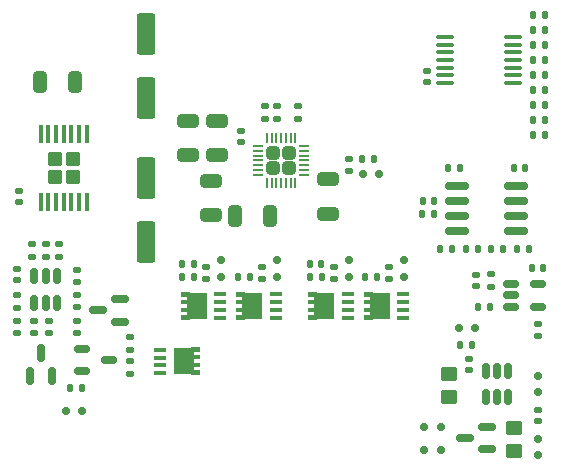
<source format=gtp>
G04 #@! TF.GenerationSoftware,KiCad,Pcbnew,7.0.10*
G04 #@! TF.CreationDate,2024-01-13T20:14:55+01:00*
G04 #@! TF.ProjectId,drv8323shield,64727638-3332-4337-9368-69656c642e6b,A*
G04 #@! TF.SameCoordinates,Original*
G04 #@! TF.FileFunction,Paste,Top*
G04 #@! TF.FilePolarity,Positive*
%FSLAX46Y46*%
G04 Gerber Fmt 4.6, Leading zero omitted, Abs format (unit mm)*
G04 Created by KiCad (PCBNEW 7.0.10) date 2024-01-13 20:14:55*
%MOMM*%
%LPD*%
G01*
G04 APERTURE LIST*
G04 Aperture macros list*
%AMRoundRect*
0 Rectangle with rounded corners*
0 $1 Rounding radius*
0 $2 $3 $4 $5 $6 $7 $8 $9 X,Y pos of 4 corners*
0 Add a 4 corners polygon primitive as box body*
4,1,4,$2,$3,$4,$5,$6,$7,$8,$9,$2,$3,0*
0 Add four circle primitives for the rounded corners*
1,1,$1+$1,$2,$3*
1,1,$1+$1,$4,$5*
1,1,$1+$1,$6,$7*
1,1,$1+$1,$8,$9*
0 Add four rect primitives between the rounded corners*
20,1,$1+$1,$2,$3,$4,$5,0*
20,1,$1+$1,$4,$5,$6,$7,0*
20,1,$1+$1,$6,$7,$8,$9,0*
20,1,$1+$1,$8,$9,$2,$3,0*%
%AMFreePoly0*
4,1,21,1.372500,0.787500,0.862500,0.787500,0.862500,0.532500,1.372500,0.532500,1.372500,0.127500,0.862500,0.127500,0.862500,-0.127500,1.372500,-0.127500,1.372500,-0.532500,0.862500,-0.532500,0.862500,-0.787500,1.372500,-0.787500,1.372500,-1.195000,0.612500,-1.195000,0.612500,-1.117500,-0.862500,-1.117500,-0.862500,1.117500,0.612500,1.117500,0.612500,1.195000,1.372500,1.195000,
1.372500,0.787500,1.372500,0.787500,$1*%
G04 Aperture macros list end*
%ADD10R,0.990000X0.405000*%
%ADD11FreePoly0,180.000000*%
%ADD12RoundRect,0.150000X-0.150000X0.512500X-0.150000X-0.512500X0.150000X-0.512500X0.150000X0.512500X0*%
%ADD13RoundRect,0.150000X0.200000X-0.150000X0.200000X0.150000X-0.200000X0.150000X-0.200000X-0.150000X0*%
%ADD14RoundRect,0.150000X-0.512500X-0.150000X0.512500X-0.150000X0.512500X0.150000X-0.512500X0.150000X0*%
%ADD15RoundRect,0.140000X-0.170000X0.140000X-0.170000X-0.140000X0.170000X-0.140000X0.170000X0.140000X0*%
%ADD16RoundRect,0.250000X-0.450000X0.350000X-0.450000X-0.350000X0.450000X-0.350000X0.450000X0.350000X0*%
%ADD17RoundRect,0.135000X-0.135000X-0.185000X0.135000X-0.185000X0.135000X0.185000X-0.135000X0.185000X0*%
%ADD18RoundRect,0.135000X0.135000X0.185000X-0.135000X0.185000X-0.135000X-0.185000X0.135000X-0.185000X0*%
%ADD19RoundRect,0.140000X0.170000X-0.140000X0.170000X0.140000X-0.170000X0.140000X-0.170000X-0.140000X0*%
%ADD20RoundRect,0.140000X-0.140000X-0.170000X0.140000X-0.170000X0.140000X0.170000X-0.140000X0.170000X0*%
%ADD21RoundRect,0.100000X0.637500X0.100000X-0.637500X0.100000X-0.637500X-0.100000X0.637500X-0.100000X0*%
%ADD22RoundRect,0.135000X-0.185000X0.135000X-0.185000X-0.135000X0.185000X-0.135000X0.185000X0.135000X0*%
%ADD23RoundRect,0.135000X0.185000X-0.135000X0.185000X0.135000X-0.185000X0.135000X-0.185000X-0.135000X0*%
%ADD24RoundRect,0.140000X0.140000X0.170000X-0.140000X0.170000X-0.140000X-0.170000X0.140000X-0.170000X0*%
%ADD25RoundRect,0.150000X0.587500X0.150000X-0.587500X0.150000X-0.587500X-0.150000X0.587500X-0.150000X0*%
%ADD26RoundRect,0.150000X-0.150000X-0.200000X0.150000X-0.200000X0.150000X0.200000X-0.150000X0.200000X0*%
%ADD27RoundRect,0.250000X-0.325000X-0.650000X0.325000X-0.650000X0.325000X0.650000X-0.325000X0.650000X0*%
%ADD28RoundRect,0.250000X-0.650000X0.325000X-0.650000X-0.325000X0.650000X-0.325000X0.650000X0.325000X0*%
%ADD29RoundRect,0.150000X0.150000X-0.587500X0.150000X0.587500X-0.150000X0.587500X-0.150000X-0.587500X0*%
%ADD30RoundRect,0.250000X0.650000X-0.325000X0.650000X0.325000X-0.650000X0.325000X-0.650000X-0.325000X0*%
%ADD31RoundRect,0.250000X0.550000X-1.500000X0.550000X1.500000X-0.550000X1.500000X-0.550000X-1.500000X0*%
%ADD32RoundRect,0.150000X0.150000X0.200000X-0.150000X0.200000X-0.150000X-0.200000X0.150000X-0.200000X0*%
%ADD33RoundRect,0.150000X0.150000X-0.512500X0.150000X0.512500X-0.150000X0.512500X-0.150000X-0.512500X0*%
%ADD34RoundRect,0.150000X-0.825000X-0.150000X0.825000X-0.150000X0.825000X0.150000X-0.825000X0.150000X0*%
%ADD35RoundRect,0.282500X-0.282500X-0.282500X0.282500X-0.282500X0.282500X0.282500X-0.282500X0.282500X0*%
%ADD36RoundRect,0.050000X-0.387500X-0.050000X0.387500X-0.050000X0.387500X0.050000X-0.387500X0.050000X0*%
%ADD37RoundRect,0.050000X-0.050000X-0.387500X0.050000X-0.387500X0.050000X0.387500X-0.050000X0.387500X0*%
%ADD38FreePoly0,0.000000*%
%ADD39RoundRect,0.250001X-0.374999X0.354999X-0.374999X-0.354999X0.374999X-0.354999X0.374999X0.354999X0*%
%ADD40RoundRect,0.100000X-0.100000X0.687500X-0.100000X-0.687500X0.100000X-0.687500X0.100000X0.687500X0*%
G04 APERTURE END LIST*
D10*
X114465000Y-75158000D03*
X114465000Y-74498000D03*
X114465000Y-73838000D03*
X114465000Y-73178000D03*
D11*
X112472500Y-74168000D03*
D12*
X123378000Y-79634500D03*
X122428000Y-79634500D03*
X121478000Y-79634500D03*
X121478000Y-81909500D03*
X122428000Y-81909500D03*
X123378000Y-81909500D03*
D13*
X109855000Y-70293000D03*
X109855000Y-71693000D03*
D14*
X87260000Y-77790000D03*
X87260000Y-79690000D03*
X89535000Y-78740000D03*
D15*
X81788000Y-71021000D03*
X81788000Y-71981000D03*
X125857000Y-82959000D03*
X125857000Y-83919000D03*
D16*
X118364000Y-79899000D03*
X118364000Y-81899000D03*
D17*
X86231000Y-81153000D03*
X87251000Y-81153000D03*
X121918000Y-69342000D03*
X122938000Y-69342000D03*
D18*
X126494000Y-57150000D03*
X125474000Y-57150000D03*
X126494000Y-49530000D03*
X125474000Y-49530000D03*
D10*
X98971000Y-75158000D03*
X98971000Y-74498000D03*
X98971000Y-73838000D03*
X98971000Y-73178000D03*
D11*
X96978500Y-74168000D03*
D19*
X102489000Y-71854000D03*
X102489000Y-70894000D03*
D20*
X116134000Y-65278000D03*
X117094000Y-65278000D03*
D18*
X117096000Y-66421000D03*
X116076000Y-66421000D03*
D21*
X123766500Y-55290000D03*
X123766500Y-54640000D03*
X123766500Y-53990000D03*
X123766500Y-53340000D03*
X123766500Y-52690000D03*
X123766500Y-52040000D03*
X123766500Y-51390000D03*
X118041500Y-51390000D03*
X118041500Y-52040000D03*
X118041500Y-52690000D03*
X118041500Y-53340000D03*
X118041500Y-53990000D03*
X118041500Y-54640000D03*
X118041500Y-55290000D03*
D17*
X95756000Y-71755000D03*
X96776000Y-71755000D03*
D22*
X91313000Y-78865000D03*
X91313000Y-79885000D03*
D23*
X86868000Y-72138000D03*
X86868000Y-71118000D03*
D18*
X121795000Y-74295000D03*
X120775000Y-74295000D03*
D17*
X124077000Y-69342000D03*
X125097000Y-69342000D03*
D23*
X83058000Y-69979000D03*
X83058000Y-68959000D03*
D24*
X126337000Y-70993000D03*
X125377000Y-70993000D03*
D22*
X86868000Y-75436000D03*
X86868000Y-76456000D03*
D18*
X126494000Y-58420000D03*
X125474000Y-58420000D03*
D25*
X90472500Y-75499000D03*
X90472500Y-73599000D03*
X88597500Y-74549000D03*
D23*
X84201000Y-69979000D03*
X84201000Y-68959000D03*
D26*
X112460000Y-62992000D03*
X111060000Y-62992000D03*
D16*
X123825000Y-84471000D03*
X123825000Y-86471000D03*
D17*
X117600000Y-69342000D03*
X118620000Y-69342000D03*
D27*
X83742000Y-55245000D03*
X86692000Y-55245000D03*
D28*
X98171000Y-63549000D03*
X98171000Y-66499000D03*
D19*
X81915000Y-65377000D03*
X81915000Y-64417000D03*
D22*
X125857000Y-75690000D03*
X125857000Y-76710000D03*
D29*
X82870000Y-80058500D03*
X84770000Y-80058500D03*
X83820000Y-78183500D03*
D20*
X95786000Y-70612000D03*
X96746000Y-70612000D03*
D25*
X121587500Y-86294000D03*
X121587500Y-84394000D03*
X119712500Y-85344000D03*
D18*
X126494000Y-53340000D03*
X125474000Y-53340000D03*
D22*
X103759000Y-57275000D03*
X103759000Y-58295000D03*
D13*
X99060000Y-70293000D03*
X99060000Y-71693000D03*
D22*
X102743000Y-57275000D03*
X102743000Y-58295000D03*
D26*
X117667000Y-86360000D03*
X116267000Y-86360000D03*
D22*
X86868000Y-73275000D03*
X86868000Y-74295000D03*
D18*
X126494000Y-55880000D03*
X125474000Y-55880000D03*
D23*
X97790000Y-71884000D03*
X97790000Y-70864000D03*
D30*
X108077000Y-66372000D03*
X108077000Y-63422000D03*
D18*
X126494000Y-52070000D03*
X125474000Y-52070000D03*
D24*
X126464000Y-50800000D03*
X125504000Y-50800000D03*
D26*
X87314000Y-83058000D03*
X85914000Y-83058000D03*
D18*
X126494000Y-54610000D03*
X125474000Y-54610000D03*
X120271000Y-77470000D03*
X119251000Y-77470000D03*
D19*
X116459000Y-55217000D03*
X116459000Y-54257000D03*
D23*
X81788000Y-74297000D03*
X81788000Y-73277000D03*
D31*
X92710000Y-68740000D03*
X92710000Y-63340000D03*
D32*
X119188000Y-76073000D03*
X120588000Y-76073000D03*
D33*
X83251000Y-73908500D03*
X84201000Y-73908500D03*
X85151000Y-73908500D03*
X85151000Y-71633500D03*
X84201000Y-71633500D03*
X83251000Y-71633500D03*
D19*
X120650000Y-72489000D03*
X120650000Y-71529000D03*
D34*
X119064000Y-64008000D03*
X119064000Y-65278000D03*
X119064000Y-66548000D03*
X119064000Y-67818000D03*
X124014000Y-67818000D03*
X124014000Y-66548000D03*
X124014000Y-65278000D03*
X124014000Y-64008000D03*
D10*
X109766000Y-75158000D03*
X109766000Y-74498000D03*
X109766000Y-73838000D03*
X109766000Y-73178000D03*
D11*
X107773500Y-74168000D03*
D10*
X103670000Y-75158000D03*
X103670000Y-74498000D03*
X103670000Y-73838000D03*
X103670000Y-73178000D03*
D11*
X101677500Y-74168000D03*
D13*
X125857000Y-80072000D03*
X125857000Y-81472000D03*
D14*
X123576500Y-72329000D03*
X123576500Y-73279000D03*
X123576500Y-74229000D03*
X125851500Y-74229000D03*
X125851500Y-72329000D03*
D18*
X112016000Y-61722000D03*
X110996000Y-61722000D03*
D19*
X100711000Y-60325000D03*
X100711000Y-59365000D03*
D17*
X106551000Y-71755000D03*
X107571000Y-71755000D03*
D27*
X100252000Y-66548000D03*
X103202000Y-66548000D03*
D17*
X111250000Y-71755000D03*
X112270000Y-71755000D03*
D22*
X83185000Y-75436000D03*
X83185000Y-76456000D03*
D17*
X119759000Y-69342000D03*
X120779000Y-69342000D03*
D35*
X103490000Y-61199000D03*
X103490000Y-62499000D03*
X104790000Y-61199000D03*
X104790000Y-62499000D03*
D36*
X102202500Y-60649000D03*
X102202500Y-61049000D03*
X102202500Y-61449000D03*
X102202500Y-61849000D03*
X102202500Y-62249000D03*
X102202500Y-62649000D03*
X102202500Y-63049000D03*
D37*
X102940000Y-63786500D03*
X103340000Y-63786500D03*
X103740000Y-63786500D03*
X104140000Y-63786500D03*
X104540000Y-63786500D03*
X104940000Y-63786500D03*
X105340000Y-63786500D03*
D36*
X106077500Y-63049000D03*
X106077500Y-62649000D03*
X106077500Y-62249000D03*
X106077500Y-61849000D03*
X106077500Y-61449000D03*
X106077500Y-61049000D03*
X106077500Y-60649000D03*
D37*
X105340000Y-59911500D03*
X104940000Y-59911500D03*
X104540000Y-59911500D03*
X104140000Y-59911500D03*
X103740000Y-59911500D03*
X103340000Y-59911500D03*
X102940000Y-59911500D03*
D26*
X117667000Y-84455000D03*
X116267000Y-84455000D03*
D28*
X96266000Y-58469000D03*
X96266000Y-61419000D03*
D23*
X85344000Y-69979000D03*
X85344000Y-68959000D03*
D13*
X103759000Y-70293000D03*
X103759000Y-71693000D03*
D20*
X106581000Y-70612000D03*
X107541000Y-70612000D03*
D10*
X93892500Y-77877000D03*
X93892500Y-78537000D03*
X93892500Y-79197000D03*
X93892500Y-79857000D03*
D38*
X95885000Y-78867000D03*
D22*
X91313000Y-76833000D03*
X91313000Y-77853000D03*
X84455000Y-75436000D03*
X84455000Y-76456000D03*
D15*
X109855000Y-61750000D03*
X109855000Y-62710000D03*
D23*
X105537000Y-58295000D03*
X105537000Y-57275000D03*
D13*
X114554000Y-70293000D03*
X114554000Y-71693000D03*
D30*
X98679000Y-61419000D03*
X98679000Y-58469000D03*
D20*
X123853000Y-62484000D03*
X124813000Y-62484000D03*
D31*
X92710000Y-56548000D03*
X92710000Y-51148000D03*
D19*
X113284000Y-71854000D03*
X113284000Y-70894000D03*
X120015000Y-79601000D03*
X120015000Y-78641000D03*
D17*
X100455000Y-71755000D03*
X101475000Y-71755000D03*
D39*
X86500000Y-61734000D03*
X84950000Y-61734000D03*
X86500000Y-63234000D03*
X84950000Y-63234000D03*
D40*
X87675000Y-59621500D03*
X87025000Y-59621500D03*
X86375000Y-59621500D03*
X85725000Y-59621500D03*
X85075000Y-59621500D03*
X84425000Y-59621500D03*
X83775000Y-59621500D03*
X83775000Y-65346500D03*
X84425000Y-65346500D03*
X85075000Y-65346500D03*
X85725000Y-65346500D03*
X86375000Y-65346500D03*
X87025000Y-65346500D03*
X87675000Y-65346500D03*
D17*
X118235000Y-62484000D03*
X119255000Y-62484000D03*
D18*
X126494000Y-59690000D03*
X125474000Y-59690000D03*
D22*
X121920000Y-71499000D03*
X121920000Y-72519000D03*
D13*
X125857000Y-85406000D03*
X125857000Y-86806000D03*
D23*
X108585000Y-71884000D03*
X108585000Y-70864000D03*
X81788000Y-76456000D03*
X81788000Y-75436000D03*
M02*

</source>
